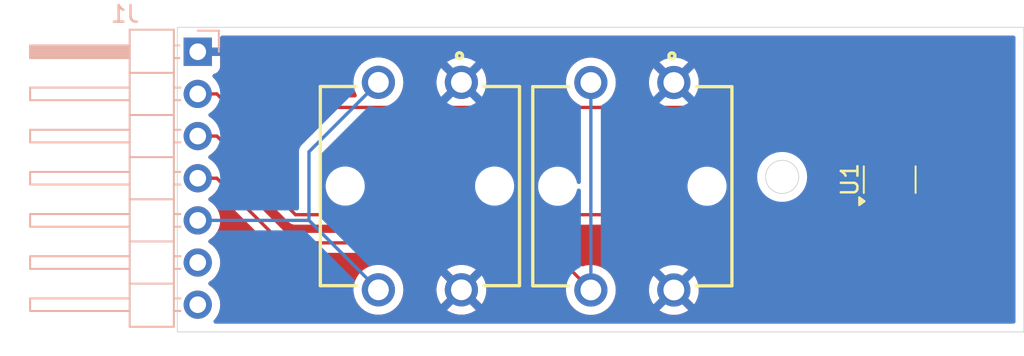
<source format=kicad_pcb>
(kicad_pcb (version 20240108) (generator "pcbnew") (generator_version "8.0")
  (layers (0 "F.Cu" signal) (31 "B.Cu" signal) (34 "B.Paste" user) (35 "F.Paste" user) (36 "B.SilkS" user "B.Silkscreen") (37 "F.SilkS" user "F.Silkscreen") (38 "B.Mask" user) (39 "F.Mask" user) (44 "Edge.Cuts" user))
  (net 0 "")
  (net 1 "GND")
  (net 2 "+3V3")
  (net 3 "GPIO14")
  (net 4 "SCL")
  (net 5 "GPIO35")
  (net 6 "SDA")
  (net 7 "GPIO15")
  (footprint "clock:B3F-4055" (layer "F.Cu") (at 111.055 60.5935 90)
    (property "Reference" "S1" (hide yes))
    (property "Value" "B3F-5050" (hide yes))
    (fp_line (start 6 -6) (end 6 -3.849) (stroke (width 0.2)) (layer "F.SilkS"))
    (fp_line (start -6 -6) (end 6 -6) (stroke (width 0.2)) (layer "F.SilkS"))
    (fp_line (start -6 -6) (end -6 -3.849) (stroke (width 0.2)) (layer "F.SilkS"))
    (fp_line (start 6 6) (end 6 3.849) (stroke (width 0.2)) (layer "F.SilkS"))
    (fp_line (start 6 6) (end -6 6) (stroke (width 0.2)) (layer "F.SilkS"))
    (fp_line (start -6 6) (end -6 3.849) (stroke (width 0.2)) (layer "F.SilkS"))
    (fp_circle (center 7.855 2.384) (end 7.855 2.466) (stroke (width 0.2)) (fill none) (layer "F.SilkS"))
    (pad "" np_thru_hole circle (at 0 -4.5 90) (size 1.85 1.85) (drill 1.85) (layers "*.Cu" "*.Mask"))
    (pad "" np_thru_hole circle (at 0 4.5 90) (size 1.85 1.85) (drill 1.85) (layers "*.Cu" "*.Mask"))
    (pad "1" thru_hole circle (at 6.25 2.5 90) (size 2 2) (drill 1.25) (layers "*.Cu" "*.Mask") (net 1 "GND"))
    (pad "2" thru_hole circle (at -6.25 2.5 90) (size 2 2) (drill 1.25) (layers "*.Cu" "*.Mask") (net 1 "GND"))
    (pad "3" thru_hole circle (at 6.25 -2.5 90) (size 2 2) (drill 1.25) (layers "*.Cu" "*.Mask") (net 7 "GPIO15"))
    (pad "4" thru_hole circle (at -6.25 -2.5 90) (size 2 2) (drill 1.25) (layers "*.Cu" "*.Mask") (net 7 "GPIO15"))
  )
  (footprint "Package_TO_SOT_SMD:SOT-23-3" (layer "F.Cu") (at 139.36 60.205 90)
    (property "Reference" "U1" (at 0 -2.4 90) (layer "F.SilkS"))
    (property "Value" "TMAG5231C1GQDBZR" (hide yes))
    (fp_line (start 0 -1.56) (end 0.8 -1.56) (stroke (width 0.12)) (layer "F.SilkS"))
    (fp_line (start 0 -1.56) (end -0.8 -1.56) (stroke (width 0.12)) (layer "F.SilkS"))
    (fp_line (start 0 1.56) (end 0.8 1.56) (stroke (width 0.12)) (layer "F.SilkS"))
    (fp_line (start 0 1.56) (end -0.8 1.56) (stroke (width 0.12)) (layer "F.SilkS"))
    (fp_poly (pts (xy -1.3 -1.51) (xy -1.54 -1.84) (xy -1.06 -1.84) (xy -1.3 -1.51)) (stroke (width 0.12)) (fill solid) (layer "F.SilkS"))
    (pad "1" smd roundrect (at -1.1375 -0.95 90) (size 1.325 0.6) (layers "F.Cu" "F.Paste" "F.Mask") (net 2 "+3V3"))
    (pad "2" smd roundrect (at -1.1375 0.95 90) (size 1.325 0.6) (layers "F.Cu" "F.Paste" "F.Mask") (net 5 "GPIO35"))
    (pad "3" smd roundrect (at 1.1375 0 90) (size 1.325 0.6) (layers "F.Cu" "F.Paste" "F.Mask") (net 1 "GND"))
  )
  (footprint "clock:B3F-4055" (layer "F.Cu") (at 123.855 60.6035 90)
    (property "Reference" "S2" (hide yes))
    (property "Value" "B3F-5050" (hide yes))
    (fp_line (start 6 -6) (end 6 -3.849) (stroke (width 0.2)) (layer "F.SilkS"))
    (fp_line (start -6 -6) (end 6 -6) (stroke (width 0.2)) (layer "F.SilkS"))
    (fp_line (start -6 -6) (end -6 -3.849) (stroke (width 0.2)) (layer "F.SilkS"))
    (fp_line (start 6 6) (end 6 3.849) (stroke (width 0.2)) (layer "F.SilkS"))
    (fp_line (start 6 6) (end -6 6) (stroke (width 0.2)) (layer "F.SilkS"))
    (fp_line (start -6 6) (end -6 3.849) (stroke (width 0.2)) (layer "F.SilkS"))
    (fp_circle (center 7.855 2.384) (end 7.855 2.466) (stroke (width 0.2)) (fill none) (layer "F.SilkS"))
    (pad "" np_thru_hole circle (at 0 -4.5 90) (size 1.85 1.85) (drill 1.85) (layers "*.Cu" "*.Mask"))
    (pad "" np_thru_hole circle (at 0 4.5 90) (size 1.85 1.85) (drill 1.85) (layers "*.Cu" "*.Mask"))
    (pad "1" thru_hole circle (at 6.25 2.5 90) (size 2 2) (drill 1.25) (layers "*.Cu" "*.Mask") (net 1 "GND"))
    (pad "2" thru_hole circle (at -6.25 2.5 90) (size 2 2) (drill 1.25) (layers "*.Cu" "*.Mask") (net 1 "GND"))
    (pad "3" thru_hole circle (at 6.25 -2.5 90) (size 2 2) (drill 1.25) (layers "*.Cu" "*.Mask") (net 3 "GPIO14"))
    (pad "4" thru_hole circle (at -6.25 -2.5 90) (size 2 2) (drill 1.25) (layers "*.Cu" "*.Mask") (net 3 "GPIO14"))
  )
  (footprint "Connector_PinHeader_2.54mm:PinHeader_1x07_P2.54mm_Horizontal" (layer "B.Cu") (at 97.67 52.5 180)
    (property "Reference" "J1" (at 4.385 2.27 0) (layer "B.SilkS") (effects (justify mirror)))
    (property "Value" "Conn_01x07_Socket")
    (fp_line (start 10.1 0.38) (end 4.1 0.38) (stroke (width 0.12)) (layer "B.SilkS"))
    (fp_line (start 10.1 0.32) (end 4.1 0.32) (stroke (width 0.12)) (layer "B.SilkS"))
    (fp_line (start 10.1 0.2) (end 4.1 0.2) (stroke (width 0.12)) (layer "B.SilkS"))
    (fp_line (start 10.1 0.08) (end 4.1 0.08) (stroke (width 0.12)) (layer "B.SilkS"))
    (fp_line (start 10.1 -0.04) (end 4.1 -0.04) (stroke (width 0.12)) (layer "B.SilkS"))
    (fp_line (start 10.1 -0.16) (end 4.1 -0.16) (stroke (width 0.12)) (layer "B.SilkS"))
    (fp_line (start 10.1 -0.28) (end 4.1 -0.28) (stroke (width 0.12)) (layer "B.SilkS"))
    (fp_line (start 10.1 -0.38) (end 10.1 0.38) (stroke (width 0.12)) (layer "B.SilkS"))
    (fp_line (start 10.1 -2.16) (end 4.1 -2.16) (stroke (width 0.12)) (layer "B.SilkS"))
    (fp_line (start 10.1 -2.92) (end 10.1 -2.16) (stroke (width 0.12)) (layer "B.SilkS"))
    (fp_line (start 10.1 -4.7) (end 4.1 -4.7) (stroke (width 0.12)) (layer "B.SilkS"))
    (fp_line (start 10.1 -5.46) (end 10.1 -4.7) (stroke (width 0.12)) (layer "B.SilkS"))
    (fp_line (start 10.1 -7.24) (end 4.1 -7.24) (stroke (width 0.12)) (layer "B.SilkS"))
    (fp_line (start 10.1 -8) (end 10.1 -7.24) (stroke (width 0.12)) (layer "B.SilkS"))
    (fp_line (start 10.1 -9.78) (end 4.1 -9.78) (stroke (width 0.12)) (layer "B.SilkS"))
    (fp_line (start 10.1 -10.54) (end 10.1 -9.78) (stroke (width 0.12)) (layer "B.SilkS"))
    (fp_line (start 10.1 -12.32) (end 4.1 -12.32) (stroke (width 0.12)) (layer "B.SilkS"))
    (fp_line (start 10.1 -13.08) (end 10.1 -12.32) (stroke (width 0.12)) (layer "B.SilkS"))
    (fp_line (start 10.1 -14.86) (end 4.1 -14.86) (stroke (width 0.12)) (layer "B.SilkS"))
    (fp_line (start 10.1 -15.62) (end 10.1 -14.86) (stroke (width 0.12)) (layer "B.SilkS"))
    (fp_line (start 4.1 1.33) (end 4.1 -16.57) (stroke (width 0.12)) (layer "B.SilkS"))
    (fp_line (start 4.1 -0.38) (end 10.1 -0.38) (stroke (width 0.12)) (layer "B.SilkS"))
    (fp_line (start 4.1 -1.27) (end 1.44 -1.27) (stroke (width 0.12)) (layer "B.SilkS"))
    (fp_line (start 4.1 -2.92) (end 10.1 -2.92) (stroke (width 0.12)) (layer "B.SilkS"))
    (fp_line (start 4.1 -3.81) (end 1.44 -3.81) (stroke (width 0.12)) (layer "B.SilkS"))
    (fp_line (start 4.1 -5.46) (end 10.1 -5.46) (stroke (width 0.12)) (layer "B.SilkS"))
    (fp_line (start 4.1 -6.35) (end 1.44 -6.35) (stroke (width 0.12)) (layer "B.SilkS"))
    (fp_line (start 4.1 -8) (end 10.1 -8) (stroke (width 0.12)) (layer "B.SilkS"))
    (fp_line (start 4.1 -8.89) (end 1.44 -8.89) (stroke (width 0.12)) (layer "B.SilkS"))
    (fp_line (start 4.1 -10.54) (end 10.1 -10.54) (stroke (width 0.12)) (layer "B.SilkS"))
    (fp_line (start 4.1 -11.43) (end 1.44 -11.43) (stroke (width 0.12)) (layer "B.SilkS"))
    (fp_line (start 4.1 -13.08) (end 10.1 -13.08) (stroke (width 0.12)) (layer "B.SilkS"))
    (fp_line (start 4.1 -13.97) (end 1.44 -13.97) (stroke (width 0.12)) (layer "B.SilkS"))
    (fp_line (start 4.1 -15.62) (end 10.1 -15.62) (stroke (width 0.12)) (layer "B.SilkS"))
    (fp_line (start 4.1 -16.57) (end 1.44 -16.57) (stroke (width 0.12)) (layer "B.SilkS"))
    (fp_line (start 1.44 1.33) (end 4.1 1.33) (stroke (width 0.12)) (layer "B.SilkS"))
    (fp_line (start 1.44 0.38) (end 1.11 0.38) (stroke (width 0.12)) (layer "B.SilkS"))
    (fp_line (start 1.44 -0.38) (end 1.11 -0.38) (stroke (width 0.12)) (layer "B.SilkS"))
    (fp_line (start 1.44 -2.16) (end 1.042929 -2.16) (stroke (width 0.12)) (layer "B.SilkS"))
    (fp_line (start 1.44 -2.92) (end 1.042929 -2.92) (stroke (width 0.12)) (layer "B.SilkS"))
    (fp_line (start 1.44 -4.7) (end 1.042929 -4.7) (stroke (width 0.12)) (layer "B.SilkS"))
    (fp_line (start 1.44 -5.46) (end 1.042929 -5.46) (stroke (width 0.12)) (layer "B.SilkS"))
    (fp_line (start 1.44 -7.24) (end 1.042929 -7.24) (stroke (width 0.12)) (layer "B.SilkS"))
    (fp_line (start 1.44 -8) (end 1.042929 -8) (stroke (width 0.12)) (layer "B.SilkS"))
    (fp_line (start 1.44 -9.78) (end 1.042929 -9.78) (stroke (width 0.12)) (layer "B.SilkS"))
    (fp_line (start 1.44 -10.54) (end 1.042929 -10.54) (stroke (width 0.12)) (layer "B.SilkS"))
    (fp_line (start 1.44 -12.32) (end 1.042929 -12.32) (stroke (width 0.12)) (layer "B.SilkS"))
    (fp_line (start 1.44 -13.08) (end 1.042929 -13.08) (stroke (width 0.12)) (layer "B.SilkS"))
    (fp_line (start 1.44 -14.86) (end 1.042929 -14.86) (stroke (width 0.12)) (layer "B.SilkS"))
    (fp_line (start 1.44 -15.62) (end 1.042929 -15.62) (stroke (width 0.12)) (layer "B.SilkS"))
    (fp_line (start 1.44 -16.57) (end 1.44 1.33) (stroke (width 0.12)) (layer "B.SilkS"))
    (fp_line (start 0 1.27) (end -1.27 1.27) (stroke (width 0.12)) (layer "B.SilkS"))
    (fp_line (start -1.27 1.27) (end -1.27 0) (stroke (width 0.12)) (layer "B.SilkS"))
    (pad "1" thru_hole rect (at 0 0 180) (size 1.7 1.7) (drill 1) (layers "*.Cu" "*.Mask") (net 1 "GND"))
    (pad "2" thru_hole oval (at 0 -2.54 180) (size 1.7 1.7) (drill 1) (layers "*.Cu" "*.Mask") (net 2 "+3V3"))
    (pad "3" thru_hole oval (at 0 -5.08 180) (size 1.7 1.7) (drill 1) (layers "*.Cu" "*.Mask") (net 5 "GPIO35"))
    (pad "4" thru_hole oval (at 0 -7.62 180) (size 1.7 1.7) (drill 1) (layers "*.Cu" "*.Mask") (net 3 "GPIO14"))
    (pad "5" thru_hole oval (at 0 -10.16 180) (size 1.7 1.7) (drill 1) (layers "*.Cu" "*.Mask") (net 7 "GPIO15"))
    (pad "6" thru_hole oval (at 0 -12.7 180) (size 1.7 1.7) (drill 1) (layers "*.Cu" "*.Mask") (net 6 "SDA"))
    (pad "7" thru_hole oval (at 0 -15.24 180) (size 1.7 1.7) (drill 1) (layers "*.Cu" "*.Mask") (net 4 "SCL"))
  )
  (gr_line (start 147.44 69.38) (end 96.44 69.38) (stroke (width 0.05)) (layer "Edge.Cuts"))
  (gr_circle (center 132.88 60.04) (end 133.88 60.04) (stroke (width 0.05)) (fill none) (layer "Edge.Cuts"))
  (gr_line (start 147.44 51.03) (end 147.44 69.38) (stroke (width 0.05)) (layer "Edge.Cuts"))
  (gr_line (start 147.44 51.03) (end 96.44 51.03) (stroke (width 0.05)) (layer "Edge.Cuts"))
  (gr_line (start 96.44 69.38) (end 96.44 51.03) (stroke (width 0.05)) (layer "Edge.Cuts"))
  (segment (start 97.67 55.04) (end 98.8217 55.04) (width 0.2) (layer "F.Cu") (net 2))
  (segment (start 99.6361 55.8544) (end 132.9219 55.8544) (width 0.2) (layer "F.Cu") (net 2))
  (segment (start 98.8217 55.04) (end 99.6361 55.8544) (width 0.2) (layer "F.Cu") (net 2))
  (segment (start 132.9219 55.8544) (end 138.41 61.3425) (width 0.2) (layer "F.Cu") (net 2))
  (segment (start 121.355 66.8535) (end 118.5163 64.0148) (width 0.2) (layer "F.Cu") (net 3))
  (segment (start 102.7165 64.0148) (end 98.8217 60.12) (width 0.2) (layer "F.Cu") (net 3))
  (segment (start 118.5163 64.0148) (end 102.7165 64.0148) (width 0.2) (layer "F.Cu") (net 3))
  (segment (start 97.67 60.12) (end 98.8217 60.12) (width 0.2) (layer "F.Cu") (net 3))
  (segment (start 121.355 66.8535) (end 121.355 54.3535) (width 0.2) (layer "B.Cu") (net 3))
  (segment (start 103.5599 62.3182) (end 98.8217 57.58) (width 0.2) (layer "F.Cu") (net 5))
  (segment (start 140.31 61.3425) (end 139.3343 62.3182) (width 0.2) (layer "F.Cu") (net 5))
  (segment (start 97.67 57.58) (end 98.8217 57.58) (width 0.2) (layer "F.Cu") (net 5))
  (segment (start 139.3343 62.3182) (end 103.5599 62.3182) (width 0.2) (layer "F.Cu") (net 5))
  (segment (start 97.67 62.66) (end 104.3715 62.66) (width 0.2) (layer "B.Cu") (net 7))
  (segment (start 104.3715 58.527) (end 108.555 54.3435) (width 0.2) (layer "B.Cu") (net 7))
  (segment (start 104.3715 62.66) (end 108.555 66.8435) (width 0.2) (layer "B.Cu") (net 7))
  (segment (start 104.3715 62.66) (end 104.3715 58.527) (width 0.2) (layer "B.Cu") (net 7))
  (zone (net 1) (net_name "GND") (layers "F&B.Cu") (connect_pads (clearance 0.5)) (min_thickness 0.25) (fill yes (thermal_gap 0.5) (thermal_bridge_width 0.5))
    (polygon (pts (xy 96.45 50.97) (xy 147.43 50.97) (xy 147.43 69.37) (xy 147.42 69.38) (xy 96.45 69.38) (xy 96.42 69.35) (xy 96.42 51)))
  )
)
</source>
